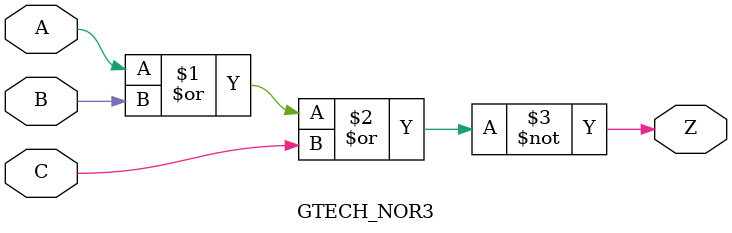
<source format=v>



module GTECH_NOR3 (A, B, C, Z);  
	input A, B, C;
	output Z;

	assign Z = ~(A | B | C);
endmodule




</source>
